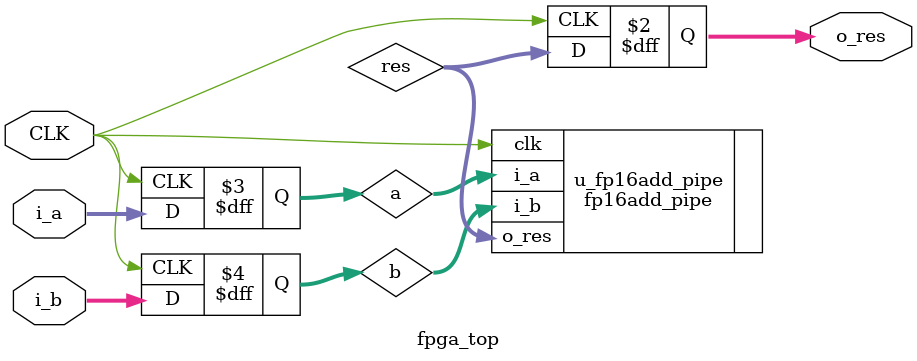
<source format=v>
 module fpga_top(
   input  wire CLK,

   input  wire [15:0] i_a,
   input  wire [15:0] i_b,
   output reg  [15:0] o_res
);

reg  [15:0] a, b;
wire [15:0] res;

always @(posedge CLK) begin
   o_res <= res;
   a     <= i_a;
   b     <= i_b;
end

fp16add_pipe u_fp16add_pipe(
   .clk   (CLK  ),
   .i_a   (a    ),
   .i_b   (b    ),
   .o_res (res  )
);

endmodule


</source>
